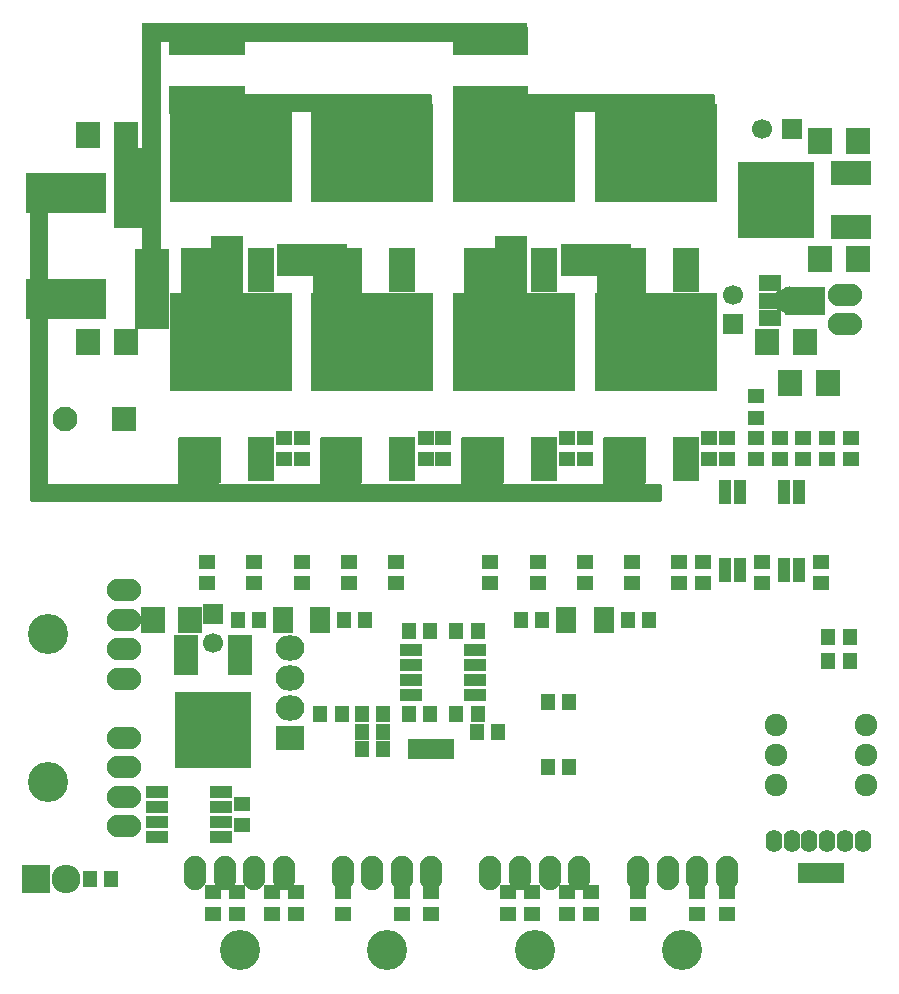
<source format=gbr>
G04 #@! TF.FileFunction,Soldermask,Bot*
%FSLAX46Y46*%
G04 Gerber Fmt 4.6, Leading zero omitted, Abs format (unit mm)*
G04 Created by KiCad (PCBNEW 4.0.7) date 04/16/18 17:57:04*
%MOMM*%
%LPD*%
G01*
G04 APERTURE LIST*
%ADD10C,0.100000*%
%ADD11C,1.700000*%
%ADD12R,1.700000X1.700000*%
%ADD13O,1.900000X2.900000*%
%ADD14C,3.400000*%
%ADD15O,2.900000X1.900000*%
%ADD16C,2.100000*%
%ADD17R,2.100000X2.100000*%
%ADD18R,1.950000X1.000000*%
%ADD19R,1.400000X1.200000*%
%ADD20R,3.448000X2.051000*%
%ADD21R,6.496000X6.496000*%
%ADD22R,2.000000X2.200000*%
%ADD23R,1.200000X1.400000*%
%ADD24O,1.400000X1.924000*%
%ADD25C,1.924000*%
%ADD26R,3.400000X6.900000*%
%ADD27R,6.851600X3.400000*%
%ADD28R,2.051000X3.448000*%
%ADD29R,1.901140X1.400760*%
%ADD30R,3.399740X2.398980*%
%ADD31R,3.400000X2.400000*%
%ADD32R,2.900000X6.900000*%
%ADD33R,2.200000X3.700000*%
%ADD34R,3.400000X3.900000*%
%ADD35R,10.400000X8.400000*%
%ADD36R,1.050000X2.100000*%
%ADD37R,2.432000X2.127200*%
%ADD38O,2.432000X2.127200*%
%ADD39R,2.800000X5.900000*%
%ADD40R,5.900000X2.800000*%
%ADD41R,1.365200X1.670000*%
%ADD42R,1.800000X2.200000*%
%ADD43R,2.432000X2.432000*%
%ADD44O,2.432000X2.432000*%
%ADD45C,0.026000*%
%ADD46C,0.254000*%
G04 APERTURE END LIST*
D10*
D11*
X63000000Y-9000000D03*
D12*
X65500000Y-9000000D03*
D13*
X52500000Y-72000000D03*
X55000000Y-72000000D03*
X57500000Y-72000000D03*
X60000000Y-72000000D03*
D14*
X56250000Y-78500000D03*
D13*
X15000000Y-72000000D03*
X17500000Y-72000000D03*
X20000000Y-72000000D03*
X22500000Y-72000000D03*
D14*
X18750000Y-78500000D03*
D15*
X9000000Y-60500000D03*
X9000000Y-63000000D03*
X9000000Y-65500000D03*
X9000000Y-68000000D03*
D14*
X2500000Y-64250000D03*
D16*
X4000000Y-33500000D03*
D17*
X9000000Y-33500000D03*
D18*
X17200000Y-65095000D03*
X17200000Y-66365000D03*
X17200000Y-67635000D03*
X17200000Y-68905000D03*
X11800000Y-68905000D03*
X11800000Y-67635000D03*
X11800000Y-66365000D03*
X11800000Y-65095000D03*
D19*
X20000000Y-47400000D03*
X20000000Y-45600000D03*
D20*
X70500000Y-12714000D03*
D21*
X64150000Y-15000000D03*
D20*
X70500000Y-17286000D03*
D11*
X16500000Y-52500000D03*
D12*
X16500000Y-50000000D03*
D22*
X71100000Y-10000000D03*
X67900000Y-10000000D03*
X71100000Y-20000000D03*
X67900000Y-20000000D03*
D19*
X28000000Y-45600000D03*
X28000000Y-47400000D03*
X52000000Y-45600000D03*
X52000000Y-47400000D03*
X40000000Y-45600000D03*
X40000000Y-47400000D03*
D23*
X44850000Y-63000000D03*
X46650000Y-63000000D03*
X46650000Y-57500000D03*
X44850000Y-57500000D03*
D19*
X32000000Y-47400000D03*
X32000000Y-45600000D03*
X56000000Y-47400000D03*
X56000000Y-45600000D03*
X44000000Y-47400000D03*
X44000000Y-45600000D03*
D23*
X7900000Y-72500000D03*
X6100000Y-72500000D03*
D19*
X34500000Y-35100000D03*
X34500000Y-36900000D03*
X22500000Y-35100000D03*
X22500000Y-36900000D03*
X58500000Y-35100000D03*
X58500000Y-36900000D03*
X46500000Y-35100000D03*
X46500000Y-36900000D03*
X19000000Y-66100000D03*
X19000000Y-67900000D03*
X48000000Y-45600000D03*
X48000000Y-47400000D03*
X32500000Y-75400000D03*
X32500000Y-73600000D03*
X35000000Y-75400000D03*
X35000000Y-73600000D03*
X57500000Y-75400000D03*
X57500000Y-73600000D03*
X60000000Y-75400000D03*
X60000000Y-73600000D03*
X16000000Y-45600000D03*
X16000000Y-47400000D03*
X24000000Y-45600000D03*
X24000000Y-47400000D03*
D24*
X71500000Y-69250000D03*
X70000000Y-69250000D03*
X68500000Y-69250000D03*
X67000000Y-69250000D03*
X65500000Y-69250000D03*
X64000000Y-69250000D03*
D25*
X71810000Y-64540000D03*
X71810000Y-62000000D03*
X71810000Y-59460000D03*
X64190000Y-59460000D03*
X64190000Y-62000000D03*
X64190000Y-64540000D03*
D15*
X9000000Y-48000000D03*
X9000000Y-50500000D03*
X9000000Y-53000000D03*
X9000000Y-55500000D03*
D14*
X2500000Y-51750000D03*
D26*
X9800000Y-14000000D03*
D27*
X4100000Y-14400000D03*
D28*
X14214000Y-53500000D03*
D21*
X16500000Y-59850000D03*
D28*
X18786000Y-53500000D03*
D13*
X27500000Y-72000000D03*
X30000000Y-72000000D03*
X32500000Y-72000000D03*
X35000000Y-72000000D03*
D14*
X31250000Y-78500000D03*
D22*
X11400000Y-50500000D03*
X14600000Y-50500000D03*
D19*
X63000000Y-45600000D03*
X63000000Y-47400000D03*
D22*
X66600000Y-27000000D03*
X63400000Y-27000000D03*
D13*
X40000000Y-72000000D03*
X42500000Y-72000000D03*
X45000000Y-72000000D03*
X47500000Y-72000000D03*
D14*
X43750000Y-78500000D03*
D19*
X62500000Y-33400000D03*
X62500000Y-31600000D03*
X64500000Y-36900000D03*
X64500000Y-35100000D03*
D29*
X63648340Y-25001140D03*
X63648340Y-23500000D03*
X63648340Y-21998860D03*
D30*
X66599820Y-23500000D03*
D10*
G36*
X64176050Y-22799620D02*
X65325350Y-22299240D01*
X65325350Y-24700760D01*
X64176050Y-24200380D01*
X64176050Y-22799620D01*
X64176050Y-22799620D01*
G37*
D19*
X18500000Y-73600000D03*
X18500000Y-75400000D03*
X23500000Y-73600000D03*
X23500000Y-75400000D03*
X43500000Y-73600000D03*
X43500000Y-75400000D03*
X48500000Y-73600000D03*
X48500000Y-75400000D03*
X27500000Y-73600000D03*
X27500000Y-75400000D03*
X52500000Y-73600000D03*
X52500000Y-75400000D03*
X16500000Y-75400000D03*
X16500000Y-73600000D03*
X21500000Y-75400000D03*
X21500000Y-73600000D03*
X41500000Y-75400000D03*
X41500000Y-73600000D03*
X46500000Y-75400000D03*
X46500000Y-73600000D03*
D31*
X38500000Y-1500000D03*
X38500000Y-6500000D03*
X14500000Y-1500000D03*
X14500000Y-6500000D03*
X41500000Y-1500000D03*
X41500000Y-6500000D03*
X17500000Y-1500000D03*
X17500000Y-6500000D03*
D32*
X11300000Y-22500000D03*
D27*
X4100000Y-23400000D03*
D22*
X9100000Y-27000000D03*
X5900000Y-27000000D03*
X9100000Y-9500000D03*
X5900000Y-9500000D03*
D19*
X70500000Y-36900000D03*
X70500000Y-35100000D03*
X68500000Y-36900000D03*
X68500000Y-35100000D03*
X66500000Y-36900000D03*
X66500000Y-35100000D03*
D33*
X32540000Y-20900000D03*
D34*
X27460000Y-21000000D03*
D35*
X30000000Y-11000000D03*
D33*
X44540000Y-20900000D03*
D34*
X39460000Y-21000000D03*
D35*
X42000000Y-11000000D03*
D33*
X56540000Y-20900000D03*
D34*
X51460000Y-21000000D03*
D35*
X54000000Y-11000000D03*
D33*
X20540000Y-36900000D03*
D34*
X15460000Y-37000000D03*
D35*
X18000000Y-27000000D03*
D33*
X32540000Y-36900000D03*
D34*
X27460000Y-37000000D03*
D35*
X30000000Y-27000000D03*
D33*
X44540000Y-36900000D03*
D34*
X39460000Y-37000000D03*
D35*
X42000000Y-27000000D03*
D33*
X56540000Y-36900000D03*
D34*
X51460000Y-37000000D03*
D35*
X54000000Y-27000000D03*
D19*
X58000000Y-47400000D03*
X58000000Y-45600000D03*
X68000000Y-47400000D03*
X68000000Y-45600000D03*
X62500000Y-35100000D03*
X62500000Y-36900000D03*
D36*
X64865000Y-39700000D03*
X66135000Y-39700000D03*
X66135000Y-46300000D03*
X64865000Y-46300000D03*
X61135000Y-46300000D03*
X59865000Y-46300000D03*
X59865000Y-39700000D03*
X61135000Y-39700000D03*
D37*
X23000000Y-60500000D03*
D38*
X23000000Y-57960000D03*
X23000000Y-55420000D03*
X23000000Y-52880000D03*
D33*
X20540000Y-20900000D03*
D34*
X15460000Y-21000000D03*
D35*
X18000000Y-11000000D03*
D39*
X41700000Y-21000000D03*
D40*
X48900000Y-20100000D03*
D39*
X17700000Y-21000000D03*
D40*
X24900000Y-20100000D03*
D15*
X70000000Y-25500000D03*
X70000000Y-23000000D03*
D22*
X65400000Y-30500000D03*
X68600000Y-30500000D03*
D11*
X60500000Y-23000000D03*
D12*
X60500000Y-25500000D03*
D23*
X70400000Y-54000000D03*
X68600000Y-54000000D03*
X70400000Y-52000000D03*
X68600000Y-52000000D03*
X27600000Y-50500000D03*
X29400000Y-50500000D03*
X42600000Y-50500000D03*
X44400000Y-50500000D03*
X33100000Y-58500000D03*
X34900000Y-58500000D03*
X38900000Y-58500000D03*
X37100000Y-58500000D03*
X29100000Y-58500000D03*
X30900000Y-58500000D03*
X25600000Y-58500000D03*
X27400000Y-58500000D03*
X33100000Y-51500000D03*
X34900000Y-51500000D03*
X38900000Y-51500000D03*
X37100000Y-51500000D03*
X29100000Y-60000000D03*
X30900000Y-60000000D03*
D18*
X33300000Y-56905000D03*
X33300000Y-55635000D03*
X33300000Y-54365000D03*
X33300000Y-53095000D03*
X38700000Y-53095000D03*
X38700000Y-54365000D03*
X38700000Y-55635000D03*
X38700000Y-56905000D03*
D41*
X36270000Y-61500000D03*
X35000000Y-61500000D03*
X33730000Y-61500000D03*
D42*
X22400000Y-50500000D03*
X25600000Y-50500000D03*
D43*
X1500000Y-72500000D03*
D44*
X4040000Y-72500000D03*
D42*
X49600000Y-50500000D03*
X46400000Y-50500000D03*
D23*
X29100000Y-61500000D03*
X30900000Y-61500000D03*
X40650000Y-60000000D03*
X38850000Y-60000000D03*
X18600000Y-50500000D03*
X20400000Y-50500000D03*
X53400000Y-50500000D03*
X51600000Y-50500000D03*
D41*
X69270000Y-72000000D03*
X68000000Y-72000000D03*
X66730000Y-72000000D03*
D19*
X60000000Y-36900000D03*
X60000000Y-35100000D03*
X48000000Y-36900000D03*
X48000000Y-35100000D03*
X36000000Y-36900000D03*
X36000000Y-35100000D03*
X24000000Y-36900000D03*
X24000000Y-35100000D03*
D45*
G36*
X42987000Y-1487000D02*
X12000000Y-1487000D01*
X11994942Y-1488024D01*
X11990681Y-1490935D01*
X11987889Y-1495275D01*
X11987000Y-1500000D01*
X11987000Y-20987000D01*
X10513000Y-20987000D01*
X10513000Y-13000D01*
X42987000Y-13000D01*
X42987000Y-1487000D01*
X42987000Y-1487000D01*
G37*
X42987000Y-1487000D02*
X12000000Y-1487000D01*
X11994942Y-1488024D01*
X11990681Y-1490935D01*
X11987889Y-1495275D01*
X11987000Y-1500000D01*
X11987000Y-20987000D01*
X10513000Y-20987000D01*
X10513000Y-13000D01*
X42987000Y-13000D01*
X42987000Y-1487000D01*
D46*
G36*
X2373000Y-39000000D02*
X2383006Y-39049410D01*
X2411447Y-39091035D01*
X2453841Y-39118315D01*
X2500000Y-39127000D01*
X13500000Y-39127000D01*
X13549410Y-39116994D01*
X13591035Y-39088553D01*
X13618315Y-39046159D01*
X13627000Y-39000000D01*
X13627000Y-35127000D01*
X16873000Y-35127000D01*
X16873000Y-39000000D01*
X16883006Y-39049410D01*
X16911447Y-39091035D01*
X16953841Y-39118315D01*
X17000000Y-39127000D01*
X25500000Y-39127000D01*
X25549410Y-39116994D01*
X25591035Y-39088553D01*
X25618315Y-39046159D01*
X25627000Y-39000000D01*
X25627000Y-35127000D01*
X28873000Y-35127000D01*
X28873000Y-39000000D01*
X28883006Y-39049410D01*
X28911447Y-39091035D01*
X28953841Y-39118315D01*
X29000000Y-39127000D01*
X37500000Y-39127000D01*
X37549410Y-39116994D01*
X37591035Y-39088553D01*
X37618315Y-39046159D01*
X37627000Y-39000000D01*
X37627000Y-35127000D01*
X40873000Y-35127000D01*
X40873000Y-39000000D01*
X40883006Y-39049410D01*
X40911447Y-39091035D01*
X40953841Y-39118315D01*
X41000000Y-39127000D01*
X49500000Y-39127000D01*
X49549410Y-39116994D01*
X49591035Y-39088553D01*
X49618315Y-39046159D01*
X49627000Y-39000000D01*
X49627000Y-35127000D01*
X52873000Y-35127000D01*
X52873000Y-39000000D01*
X52883006Y-39049410D01*
X52911447Y-39091035D01*
X52953841Y-39118315D01*
X53000000Y-39127000D01*
X54373000Y-39127000D01*
X54373000Y-40373000D01*
X1127000Y-40373000D01*
X1127000Y-14627000D01*
X2373000Y-14627000D01*
X2373000Y-39000000D01*
X2373000Y-39000000D01*
G37*
X2373000Y-39000000D02*
X2383006Y-39049410D01*
X2411447Y-39091035D01*
X2453841Y-39118315D01*
X2500000Y-39127000D01*
X13500000Y-39127000D01*
X13549410Y-39116994D01*
X13591035Y-39088553D01*
X13618315Y-39046159D01*
X13627000Y-39000000D01*
X13627000Y-35127000D01*
X16873000Y-35127000D01*
X16873000Y-39000000D01*
X16883006Y-39049410D01*
X16911447Y-39091035D01*
X16953841Y-39118315D01*
X17000000Y-39127000D01*
X25500000Y-39127000D01*
X25549410Y-39116994D01*
X25591035Y-39088553D01*
X25618315Y-39046159D01*
X25627000Y-39000000D01*
X25627000Y-35127000D01*
X28873000Y-35127000D01*
X28873000Y-39000000D01*
X28883006Y-39049410D01*
X28911447Y-39091035D01*
X28953841Y-39118315D01*
X29000000Y-39127000D01*
X37500000Y-39127000D01*
X37549410Y-39116994D01*
X37591035Y-39088553D01*
X37618315Y-39046159D01*
X37627000Y-39000000D01*
X37627000Y-35127000D01*
X40873000Y-35127000D01*
X40873000Y-39000000D01*
X40883006Y-39049410D01*
X40911447Y-39091035D01*
X40953841Y-39118315D01*
X41000000Y-39127000D01*
X49500000Y-39127000D01*
X49549410Y-39116994D01*
X49591035Y-39088553D01*
X49618315Y-39046159D01*
X49627000Y-39000000D01*
X49627000Y-35127000D01*
X52873000Y-35127000D01*
X52873000Y-39000000D01*
X52883006Y-39049410D01*
X52911447Y-39091035D01*
X52953841Y-39118315D01*
X53000000Y-39127000D01*
X54373000Y-39127000D01*
X54373000Y-40373000D01*
X1127000Y-40373000D01*
X1127000Y-14627000D01*
X2373000Y-14627000D01*
X2373000Y-39000000D01*
D45*
G36*
X16987000Y-22987000D02*
X14013000Y-22987000D01*
X14013000Y-21513000D01*
X16987000Y-21513000D01*
X16987000Y-22987000D01*
X16987000Y-22987000D01*
G37*
X16987000Y-22987000D02*
X14013000Y-22987000D01*
X14013000Y-21513000D01*
X16987000Y-21513000D01*
X16987000Y-22987000D01*
G36*
X28987000Y-22987000D02*
X25013000Y-22987000D01*
X25013000Y-21013000D01*
X28987000Y-21013000D01*
X28987000Y-22987000D01*
X28987000Y-22987000D01*
G37*
X28987000Y-22987000D02*
X25013000Y-22987000D01*
X25013000Y-21013000D01*
X28987000Y-21013000D01*
X28987000Y-22987000D01*
G36*
X40987000Y-22987000D02*
X38013000Y-22987000D01*
X38013000Y-21513000D01*
X40987000Y-21513000D01*
X40987000Y-22987000D01*
X40987000Y-22987000D01*
G37*
X40987000Y-22987000D02*
X38013000Y-22987000D01*
X38013000Y-21513000D01*
X40987000Y-21513000D01*
X40987000Y-22987000D01*
G36*
X52987000Y-22987000D02*
X49013000Y-22987000D01*
X49013000Y-21013000D01*
X52987000Y-21013000D01*
X52987000Y-22987000D01*
X52987000Y-22987000D01*
G37*
X52987000Y-22987000D02*
X49013000Y-22987000D01*
X49013000Y-21013000D01*
X52987000Y-21013000D01*
X52987000Y-22987000D01*
D46*
G36*
X34873000Y-7373000D02*
X19127000Y-7373000D01*
X19127000Y-6127000D01*
X34873000Y-6127000D01*
X34873000Y-7373000D01*
X34873000Y-7373000D01*
G37*
X34873000Y-7373000D02*
X19127000Y-7373000D01*
X19127000Y-6127000D01*
X34873000Y-6127000D01*
X34873000Y-7373000D01*
G36*
X58873000Y-7373000D02*
X43127000Y-7373000D01*
X43127000Y-6127000D01*
X58873000Y-6127000D01*
X58873000Y-7373000D01*
X58873000Y-7373000D01*
G37*
X58873000Y-7373000D02*
X43127000Y-7373000D01*
X43127000Y-6127000D01*
X58873000Y-6127000D01*
X58873000Y-7373000D01*
M02*

</source>
